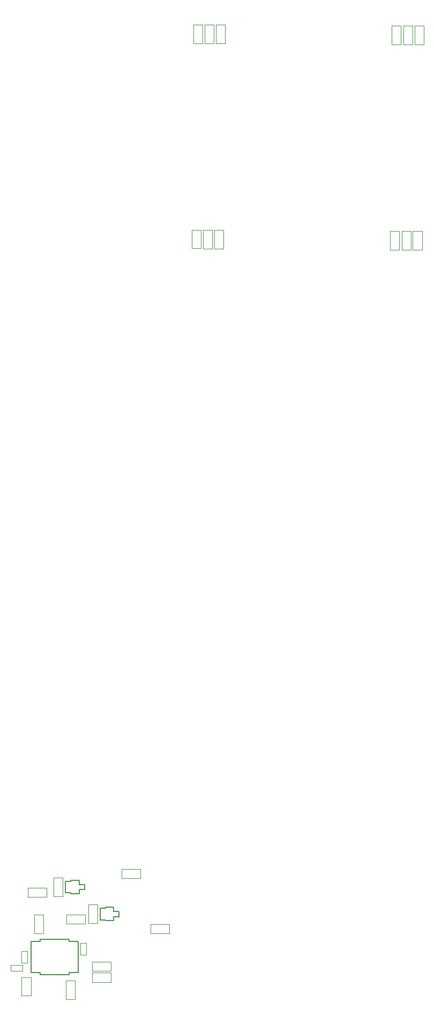
<source format=gbr>
%TF.GenerationSoftware,KiCad,Pcbnew,9.0.3*%
%TF.CreationDate,2025-09-16T13:44:48-04:00*%
%TF.ProjectId,WARM_TPC_Shaper,5741524d-5f54-4504-935f-536861706572,rev?*%
%TF.SameCoordinates,Original*%
%TF.FileFunction,Other,User*%
%FSLAX46Y46*%
G04 Gerber Fmt 4.6, Leading zero omitted, Abs format (unit mm)*
G04 Created by KiCad (PCBNEW 9.0.3) date 2025-09-16 13:44:48*
%MOMM*%
%LPD*%
G01*
G04 APERTURE LIST*
%ADD10C,0.050000*%
%ADD11C,0.152400*%
G04 APERTURE END LIST*
D10*
%TO.C,R53*%
X131046200Y-258555000D02*
X132506200Y-258555000D01*
X131046200Y-261515000D02*
X131046200Y-258555000D01*
X132506200Y-258555000D02*
X132506200Y-261515000D01*
X132506200Y-261515000D02*
X131046200Y-261515000D01*
%TO.C,R42*%
X141586199Y-247104999D02*
X143046199Y-247104999D01*
X141586199Y-250064999D02*
X141586199Y-247104999D01*
X143046199Y-247104999D02*
X143046199Y-250064999D01*
X143046199Y-250064999D02*
X141586199Y-250064999D01*
%TO.C,R43*%
X151416199Y-250194999D02*
X154376199Y-250194999D01*
X151416199Y-251654999D02*
X151416199Y-250194999D01*
X154376199Y-250194999D02*
X154376199Y-251654999D01*
X154376199Y-251654999D02*
X151416199Y-251654999D01*
D11*
%TO.C,U16*%
X132557800Y-252936600D02*
X132557800Y-257813400D01*
X132557800Y-252936600D02*
X134018300Y-252936600D01*
X132557800Y-257813400D02*
X134018300Y-257813400D01*
X134018300Y-252619100D02*
X134018300Y-252936600D01*
X134018300Y-257813400D02*
X134018300Y-258130900D01*
X134018300Y-258130900D02*
X138514100Y-258130900D01*
X138514100Y-252619100D02*
X134018300Y-252619100D01*
X138514100Y-252936600D02*
X138514100Y-252619100D01*
X138514100Y-258130900D02*
X138514100Y-257813400D01*
X139974600Y-252936600D02*
X138514100Y-252936600D01*
X139974600Y-257813400D02*
X138514100Y-257813400D01*
X139974600Y-257813400D02*
X139974600Y-252936600D01*
D10*
%TO.C,C7*%
X193130000Y-108340000D02*
X194590000Y-108340000D01*
X193130000Y-111300000D02*
X193130000Y-108340000D01*
X194590000Y-108340000D02*
X194590000Y-111300000D01*
X194590000Y-111300000D02*
X193130000Y-111300000D01*
%TO.C,C13*%
X191087500Y-140730000D02*
X192547500Y-140730000D01*
X191087500Y-143690000D02*
X191087500Y-140730000D01*
X192547500Y-140730000D02*
X192547500Y-143690000D01*
X192547500Y-143690000D02*
X191087500Y-143690000D01*
%TO.C,C3*%
X159960000Y-108150000D02*
X161420000Y-108150000D01*
X159960000Y-111110000D02*
X159960000Y-108150000D01*
X161420000Y-108150000D02*
X161420000Y-111110000D01*
X161420000Y-111110000D02*
X159960000Y-111110000D01*
%TO.C,C9*%
X161487500Y-140540000D02*
X162947500Y-140540000D01*
X161487500Y-143500000D02*
X161487500Y-140540000D01*
X162947500Y-140540000D02*
X162947500Y-143500000D01*
X162947500Y-143500000D02*
X161487500Y-143500000D01*
%TO.C,C8*%
X133066200Y-248675000D02*
X134526200Y-248675000D01*
X133066200Y-251635000D02*
X133066200Y-248675000D01*
X134526200Y-248675000D02*
X134526200Y-251635000D01*
X134526200Y-251635000D02*
X133066200Y-251635000D01*
%TO.C,C4*%
X158180000Y-108140000D02*
X159640000Y-108140000D01*
X158180000Y-111100000D02*
X158180000Y-108140000D01*
X159640000Y-108140000D02*
X159640000Y-111100000D01*
X159640000Y-111100000D02*
X158180000Y-111100000D01*
%TO.C,C12*%
X189257500Y-140730000D02*
X190717500Y-140730000D01*
X189257500Y-143690000D02*
X189257500Y-140730000D01*
X190717500Y-140730000D02*
X190717500Y-143690000D01*
X190717500Y-143690000D02*
X189257500Y-143690000D01*
%TO.C,C15*%
X138016200Y-259125000D02*
X139476200Y-259125000D01*
X138016200Y-262085000D02*
X138016200Y-259125000D01*
X139476200Y-259125000D02*
X139476200Y-262085000D01*
X139476200Y-262085000D02*
X138016200Y-262085000D01*
%TO.C,C11*%
X157907500Y-140530000D02*
X159367500Y-140530000D01*
X157907500Y-143490000D02*
X157907500Y-140530000D01*
X159367500Y-140530000D02*
X159367500Y-143490000D01*
X159367500Y-143490000D02*
X157907500Y-143490000D01*
%TO.C,R32*%
X142216200Y-256155000D02*
X145176200Y-256155000D01*
X142216200Y-257615000D02*
X142216200Y-256155000D01*
X145176200Y-256155000D02*
X145176200Y-257615000D01*
X145176200Y-257615000D02*
X142216200Y-257615000D01*
%TO.C,R41*%
X138136199Y-248674999D02*
X141096199Y-248674999D01*
X138136199Y-250134999D02*
X138136199Y-248674999D01*
X141096199Y-248674999D02*
X141096199Y-250134999D01*
X141096199Y-250134999D02*
X138136199Y-250134999D01*
%TO.C,R44*%
X132006200Y-244425000D02*
X134966200Y-244425000D01*
X132006200Y-245885000D02*
X132006200Y-244425000D01*
X134966200Y-244425000D02*
X134966200Y-245885000D01*
X134966200Y-245885000D02*
X132006200Y-245885000D01*
D11*
%TO.C,M3*%
X143436600Y-249498999D02*
X143436600Y-247690999D01*
X144292199Y-247540999D02*
X144292199Y-247690999D01*
X144292199Y-247690999D02*
X143436600Y-247690999D01*
X144292199Y-249498999D02*
X143436600Y-249498999D01*
X144292199Y-249648999D02*
X144292199Y-249498999D01*
X144292199Y-249648999D02*
X145600199Y-249648999D01*
X145600199Y-247540999D02*
X144292199Y-247540999D01*
X145600199Y-247540999D02*
X145600199Y-248190999D01*
X145600199Y-248190999D02*
X146455798Y-248190999D01*
X145600199Y-248998999D02*
X146455798Y-248998999D01*
X145600199Y-249648999D02*
X145600199Y-248998999D01*
X146455798Y-248998999D02*
X146455798Y-248190999D01*
D10*
%TO.C,R50*%
X146866200Y-241495000D02*
X149826200Y-241495000D01*
X146866200Y-242955000D02*
X146866200Y-241495000D01*
X149826200Y-241495000D02*
X149826200Y-242955000D01*
X149826200Y-242955000D02*
X146866200Y-242955000D01*
%TO.C,R49*%
X136056200Y-242875000D02*
X137516200Y-242875000D01*
X136056200Y-245835000D02*
X136056200Y-242875000D01*
X137516200Y-242875000D02*
X137516200Y-245835000D01*
X137516200Y-245835000D02*
X136056200Y-245835000D01*
D11*
%TO.C,M4*%
X137956601Y-245249000D02*
X137956601Y-243441000D01*
X138812200Y-243291000D02*
X138812200Y-243441000D01*
X138812200Y-243441000D02*
X137956601Y-243441000D01*
X138812200Y-245249000D02*
X137956601Y-245249000D01*
X138812200Y-245399000D02*
X138812200Y-245249000D01*
X138812200Y-245399000D02*
X140120200Y-245399000D01*
X140120200Y-243291000D02*
X138812200Y-243291000D01*
X140120200Y-243291000D02*
X140120200Y-243941000D01*
X140120200Y-243941000D02*
X140975799Y-243941000D01*
X140120200Y-244749000D02*
X140975799Y-244749000D01*
X140120200Y-245399000D02*
X140120200Y-244749000D01*
X140975799Y-244749000D02*
X140975799Y-243941000D01*
D10*
%TO.C,C2*%
X161760000Y-108150000D02*
X163220000Y-108150000D01*
X161760000Y-111110000D02*
X161760000Y-108150000D01*
X163220000Y-108150000D02*
X163220000Y-111110000D01*
X163220000Y-111110000D02*
X161760000Y-111110000D01*
%TO.C,C14*%
X192857500Y-140730000D02*
X194317500Y-140730000D01*
X192857500Y-143690000D02*
X192857500Y-140730000D01*
X194317500Y-140730000D02*
X194317500Y-143690000D01*
X194317500Y-143690000D02*
X192857500Y-143690000D01*
%TO.C,R40*%
X140326200Y-253145000D02*
X141266200Y-253145000D01*
X140326200Y-255005000D02*
X140326200Y-253145000D01*
X141266200Y-253145000D02*
X141266200Y-255005000D01*
X141266200Y-255005000D02*
X140326200Y-255005000D01*
%TO.C,R39*%
X142216200Y-257865000D02*
X145176200Y-257865000D01*
X142216200Y-259325000D02*
X142216200Y-257865000D01*
X145176200Y-257865000D02*
X145176200Y-259325000D01*
X145176200Y-259325000D02*
X142216200Y-259325000D01*
%TO.C,R52*%
X129286200Y-256625000D02*
X131146200Y-256625000D01*
X129286200Y-257565000D02*
X129286200Y-256625000D01*
X131146200Y-256625000D02*
X131146200Y-257565000D01*
X131146200Y-257565000D02*
X129286200Y-257565000D01*
%TO.C,C6*%
X191360000Y-108340000D02*
X192820000Y-108340000D01*
X191360000Y-111300000D02*
X191360000Y-108340000D01*
X192820000Y-108340000D02*
X192820000Y-111300000D01*
X192820000Y-111300000D02*
X191360000Y-111300000D01*
%TO.C,R51*%
X130986200Y-254445000D02*
X131926200Y-254445000D01*
X130986200Y-256305000D02*
X130986200Y-254445000D01*
X131926200Y-254445000D02*
X131926200Y-256305000D01*
X131926200Y-256305000D02*
X130986200Y-256305000D01*
%TO.C,C5*%
X189530000Y-108340000D02*
X190990000Y-108340000D01*
X189530000Y-111300000D02*
X189530000Y-108340000D01*
X190990000Y-108340000D02*
X190990000Y-111300000D01*
X190990000Y-111300000D02*
X189530000Y-111300000D01*
%TO.C,C10*%
X159687500Y-140540000D02*
X161147500Y-140540000D01*
X159687500Y-143500000D02*
X159687500Y-140540000D01*
X161147500Y-140540000D02*
X161147500Y-143500000D01*
X161147500Y-143500000D02*
X159687500Y-143500000D01*
%TD*%
M02*

</source>
